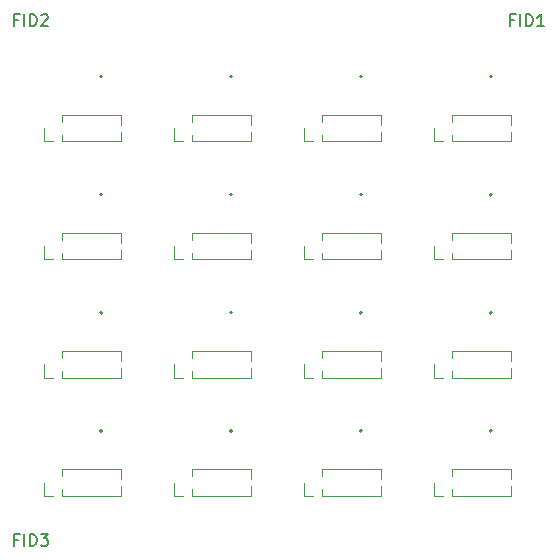
<source format=gbr>
G04 #@! TF.GenerationSoftware,KiCad,Pcbnew,5.0.2-bee76a0~70~ubuntu18.04.1*
G04 #@! TF.CreationDate,2020-02-27T14:19:30+01:00*
G04 #@! TF.ProjectId,output.load_cell_panel,6f757470-7574-42e6-9c6f-61645f63656c,rev?*
G04 #@! TF.SameCoordinates,Original*
G04 #@! TF.FileFunction,Legend,Top*
G04 #@! TF.FilePolarity,Positive*
%FSLAX46Y46*%
G04 Gerber Fmt 4.6, Leading zero omitted, Abs format (unit mm)*
G04 Created by KiCad (PCBNEW 5.0.2-bee76a0~70~ubuntu18.04.1) date Thu 27 Feb 2020 02:19:30 PM CET*
%MOMM*%
%LPD*%
G01*
G04 APERTURE LIST*
%ADD10C,0.200000*%
%ADD11C,0.120000*%
%ADD12C,0.150000*%
G04 APERTURE END LIST*
D10*
G04 #@! TO.C,U1*
X168050000Y-100725001D02*
G75*
G03X168050000Y-100725001I-100000J0D01*
G01*
X157050000Y-100725001D02*
G75*
G03X157050000Y-100725001I-100000J0D01*
G01*
X146050000Y-100725001D02*
G75*
G03X146050000Y-100725001I-100000J0D01*
G01*
X135050000Y-100725001D02*
G75*
G03X135050000Y-100725001I-100000J0D01*
G01*
X168050000Y-90725001D02*
G75*
G03X168050000Y-90725001I-100000J0D01*
G01*
X157050000Y-90725001D02*
G75*
G03X157050000Y-90725001I-100000J0D01*
G01*
X146050000Y-90725001D02*
G75*
G03X146050000Y-90725001I-100000J0D01*
G01*
X135050000Y-90725001D02*
G75*
G03X135050000Y-90725001I-100000J0D01*
G01*
X168050000Y-80725001D02*
G75*
G03X168050000Y-80725001I-100000J0D01*
G01*
X157050000Y-80725001D02*
G75*
G03X157050000Y-80725001I-100000J0D01*
G01*
X146050000Y-80725001D02*
G75*
G03X146050000Y-80725001I-100000J0D01*
G01*
X135050000Y-80725001D02*
G75*
G03X135050000Y-80725001I-100000J0D01*
G01*
X168050000Y-70725001D02*
G75*
G03X168050000Y-70725001I-100000J0D01*
G01*
X157050000Y-70725001D02*
G75*
G03X157050000Y-70725001I-100000J0D01*
G01*
X146050000Y-70725001D02*
G75*
G03X146050000Y-70725001I-100000J0D01*
G01*
D11*
G04 #@! TO.C,J1*
X163140000Y-106210000D02*
X163140000Y-105100000D01*
X163900000Y-106210000D02*
X163140000Y-106210000D01*
X164660000Y-104536529D02*
X164660000Y-103990000D01*
X164660000Y-106210000D02*
X164660000Y-105663471D01*
X164660000Y-103990000D02*
X169675000Y-103990000D01*
X164660000Y-106210000D02*
X169675000Y-106210000D01*
X169675000Y-104792470D02*
X169675000Y-103990000D01*
X169675000Y-106210000D02*
X169675000Y-105407530D01*
X152140000Y-106210000D02*
X152140000Y-105100000D01*
X152900000Y-106210000D02*
X152140000Y-106210000D01*
X153660000Y-104536529D02*
X153660000Y-103990000D01*
X153660000Y-106210000D02*
X153660000Y-105663471D01*
X153660000Y-103990000D02*
X158675000Y-103990000D01*
X153660000Y-106210000D02*
X158675000Y-106210000D01*
X158675000Y-104792470D02*
X158675000Y-103990000D01*
X158675000Y-106210000D02*
X158675000Y-105407530D01*
X141140000Y-106210000D02*
X141140000Y-105100000D01*
X141900000Y-106210000D02*
X141140000Y-106210000D01*
X142660000Y-104536529D02*
X142660000Y-103990000D01*
X142660000Y-106210000D02*
X142660000Y-105663471D01*
X142660000Y-103990000D02*
X147675000Y-103990000D01*
X142660000Y-106210000D02*
X147675000Y-106210000D01*
X147675000Y-104792470D02*
X147675000Y-103990000D01*
X147675000Y-106210000D02*
X147675000Y-105407530D01*
X130140000Y-106210000D02*
X130140000Y-105100000D01*
X130900000Y-106210000D02*
X130140000Y-106210000D01*
X131660000Y-104536529D02*
X131660000Y-103990000D01*
X131660000Y-106210000D02*
X131660000Y-105663471D01*
X131660000Y-103990000D02*
X136675000Y-103990000D01*
X131660000Y-106210000D02*
X136675000Y-106210000D01*
X136675000Y-104792470D02*
X136675000Y-103990000D01*
X136675000Y-106210000D02*
X136675000Y-105407530D01*
X163140000Y-96210000D02*
X163140000Y-95100000D01*
X163900000Y-96210000D02*
X163140000Y-96210000D01*
X164660000Y-94536529D02*
X164660000Y-93990000D01*
X164660000Y-96210000D02*
X164660000Y-95663471D01*
X164660000Y-93990000D02*
X169675000Y-93990000D01*
X164660000Y-96210000D02*
X169675000Y-96210000D01*
X169675000Y-94792470D02*
X169675000Y-93990000D01*
X169675000Y-96210000D02*
X169675000Y-95407530D01*
X152140000Y-96210000D02*
X152140000Y-95100000D01*
X152900000Y-96210000D02*
X152140000Y-96210000D01*
X153660000Y-94536529D02*
X153660000Y-93990000D01*
X153660000Y-96210000D02*
X153660000Y-95663471D01*
X153660000Y-93990000D02*
X158675000Y-93990000D01*
X153660000Y-96210000D02*
X158675000Y-96210000D01*
X158675000Y-94792470D02*
X158675000Y-93990000D01*
X158675000Y-96210000D02*
X158675000Y-95407530D01*
X141140000Y-96210000D02*
X141140000Y-95100000D01*
X141900000Y-96210000D02*
X141140000Y-96210000D01*
X142660000Y-94536529D02*
X142660000Y-93990000D01*
X142660000Y-96210000D02*
X142660000Y-95663471D01*
X142660000Y-93990000D02*
X147675000Y-93990000D01*
X142660000Y-96210000D02*
X147675000Y-96210000D01*
X147675000Y-94792470D02*
X147675000Y-93990000D01*
X147675000Y-96210000D02*
X147675000Y-95407530D01*
X130140000Y-96210000D02*
X130140000Y-95100000D01*
X130900000Y-96210000D02*
X130140000Y-96210000D01*
X131660000Y-94536529D02*
X131660000Y-93990000D01*
X131660000Y-96210000D02*
X131660000Y-95663471D01*
X131660000Y-93990000D02*
X136675000Y-93990000D01*
X131660000Y-96210000D02*
X136675000Y-96210000D01*
X136675000Y-94792470D02*
X136675000Y-93990000D01*
X136675000Y-96210000D02*
X136675000Y-95407530D01*
X163140000Y-86210000D02*
X163140000Y-85100000D01*
X163900000Y-86210000D02*
X163140000Y-86210000D01*
X164660000Y-84536529D02*
X164660000Y-83990000D01*
X164660000Y-86210000D02*
X164660000Y-85663471D01*
X164660000Y-83990000D02*
X169675000Y-83990000D01*
X164660000Y-86210000D02*
X169675000Y-86210000D01*
X169675000Y-84792470D02*
X169675000Y-83990000D01*
X169675000Y-86210000D02*
X169675000Y-85407530D01*
X152140000Y-86210000D02*
X152140000Y-85100000D01*
X152900000Y-86210000D02*
X152140000Y-86210000D01*
X153660000Y-84536529D02*
X153660000Y-83990000D01*
X153660000Y-86210000D02*
X153660000Y-85663471D01*
X153660000Y-83990000D02*
X158675000Y-83990000D01*
X153660000Y-86210000D02*
X158675000Y-86210000D01*
X158675000Y-84792470D02*
X158675000Y-83990000D01*
X158675000Y-86210000D02*
X158675000Y-85407530D01*
X141140000Y-86210000D02*
X141140000Y-85100000D01*
X141900000Y-86210000D02*
X141140000Y-86210000D01*
X142660000Y-84536529D02*
X142660000Y-83990000D01*
X142660000Y-86210000D02*
X142660000Y-85663471D01*
X142660000Y-83990000D02*
X147675000Y-83990000D01*
X142660000Y-86210000D02*
X147675000Y-86210000D01*
X147675000Y-84792470D02*
X147675000Y-83990000D01*
X147675000Y-86210000D02*
X147675000Y-85407530D01*
X130140000Y-86210000D02*
X130140000Y-85100000D01*
X130900000Y-86210000D02*
X130140000Y-86210000D01*
X131660000Y-84536529D02*
X131660000Y-83990000D01*
X131660000Y-86210000D02*
X131660000Y-85663471D01*
X131660000Y-83990000D02*
X136675000Y-83990000D01*
X131660000Y-86210000D02*
X136675000Y-86210000D01*
X136675000Y-84792470D02*
X136675000Y-83990000D01*
X136675000Y-86210000D02*
X136675000Y-85407530D01*
X163140000Y-76210000D02*
X163140000Y-75100000D01*
X163900000Y-76210000D02*
X163140000Y-76210000D01*
X164660000Y-74536529D02*
X164660000Y-73990000D01*
X164660000Y-76210000D02*
X164660000Y-75663471D01*
X164660000Y-73990000D02*
X169675000Y-73990000D01*
X164660000Y-76210000D02*
X169675000Y-76210000D01*
X169675000Y-74792470D02*
X169675000Y-73990000D01*
X169675000Y-76210000D02*
X169675000Y-75407530D01*
X152140000Y-76210000D02*
X152140000Y-75100000D01*
X152900000Y-76210000D02*
X152140000Y-76210000D01*
X153660000Y-74536529D02*
X153660000Y-73990000D01*
X153660000Y-76210000D02*
X153660000Y-75663471D01*
X153660000Y-73990000D02*
X158675000Y-73990000D01*
X153660000Y-76210000D02*
X158675000Y-76210000D01*
X158675000Y-74792470D02*
X158675000Y-73990000D01*
X158675000Y-76210000D02*
X158675000Y-75407530D01*
X141140000Y-76210000D02*
X141140000Y-75100000D01*
X141900000Y-76210000D02*
X141140000Y-76210000D01*
X142660000Y-74536529D02*
X142660000Y-73990000D01*
X142660000Y-76210000D02*
X142660000Y-75663471D01*
X142660000Y-73990000D02*
X147675000Y-73990000D01*
X142660000Y-76210000D02*
X147675000Y-76210000D01*
X147675000Y-74792470D02*
X147675000Y-73990000D01*
X147675000Y-76210000D02*
X147675000Y-75407530D01*
X136675000Y-76210000D02*
X136675000Y-75407530D01*
X136675000Y-74792470D02*
X136675000Y-73990000D01*
X131660000Y-76210000D02*
X136675000Y-76210000D01*
X131660000Y-73990000D02*
X136675000Y-73990000D01*
X131660000Y-76210000D02*
X131660000Y-75663471D01*
X131660000Y-74536529D02*
X131660000Y-73990000D01*
X130900000Y-76210000D02*
X130140000Y-76210000D01*
X130140000Y-76210000D02*
X130140000Y-75100000D01*
D10*
G04 #@! TO.C,U1*
X135050000Y-70725001D02*
G75*
G03X135050000Y-70725001I-100000J0D01*
G01*
G04 #@! TO.C,FID3*
D12*
X127928571Y-109928571D02*
X127595238Y-109928571D01*
X127595238Y-110452380D02*
X127595238Y-109452380D01*
X128071428Y-109452380D01*
X128452380Y-110452380D02*
X128452380Y-109452380D01*
X128928571Y-110452380D02*
X128928571Y-109452380D01*
X129166666Y-109452380D01*
X129309523Y-109500000D01*
X129404761Y-109595238D01*
X129452380Y-109690476D01*
X129500000Y-109880952D01*
X129500000Y-110023809D01*
X129452380Y-110214285D01*
X129404761Y-110309523D01*
X129309523Y-110404761D01*
X129166666Y-110452380D01*
X128928571Y-110452380D01*
X129833333Y-109452380D02*
X130452380Y-109452380D01*
X130119047Y-109833333D01*
X130261904Y-109833333D01*
X130357142Y-109880952D01*
X130404761Y-109928571D01*
X130452380Y-110023809D01*
X130452380Y-110261904D01*
X130404761Y-110357142D01*
X130357142Y-110404761D01*
X130261904Y-110452380D01*
X129976190Y-110452380D01*
X129880952Y-110404761D01*
X129833333Y-110357142D01*
G04 #@! TO.C,FID2*
X127928571Y-65928571D02*
X127595238Y-65928571D01*
X127595238Y-66452380D02*
X127595238Y-65452380D01*
X128071428Y-65452380D01*
X128452380Y-66452380D02*
X128452380Y-65452380D01*
X128928571Y-66452380D02*
X128928571Y-65452380D01*
X129166666Y-65452380D01*
X129309523Y-65500000D01*
X129404761Y-65595238D01*
X129452380Y-65690476D01*
X129500000Y-65880952D01*
X129500000Y-66023809D01*
X129452380Y-66214285D01*
X129404761Y-66309523D01*
X129309523Y-66404761D01*
X129166666Y-66452380D01*
X128928571Y-66452380D01*
X129880952Y-65547619D02*
X129928571Y-65500000D01*
X130023809Y-65452380D01*
X130261904Y-65452380D01*
X130357142Y-65500000D01*
X130404761Y-65547619D01*
X130452380Y-65642857D01*
X130452380Y-65738095D01*
X130404761Y-65880952D01*
X129833333Y-66452380D01*
X130452380Y-66452380D01*
G04 #@! TO.C,*
G04 #@! TO.C,FID1*
X169928571Y-65928571D02*
X169595238Y-65928571D01*
X169595238Y-66452380D02*
X169595238Y-65452380D01*
X170071428Y-65452380D01*
X170452380Y-66452380D02*
X170452380Y-65452380D01*
X170928571Y-66452380D02*
X170928571Y-65452380D01*
X171166666Y-65452380D01*
X171309523Y-65500000D01*
X171404761Y-65595238D01*
X171452380Y-65690476D01*
X171500000Y-65880952D01*
X171500000Y-66023809D01*
X171452380Y-66214285D01*
X171404761Y-66309523D01*
X171309523Y-66404761D01*
X171166666Y-66452380D01*
X170928571Y-66452380D01*
X172452380Y-66452380D02*
X171880952Y-66452380D01*
X172166666Y-66452380D02*
X172166666Y-65452380D01*
X172071428Y-65595238D01*
X171976190Y-65690476D01*
X171880952Y-65738095D01*
G04 #@! TD*
M02*

</source>
